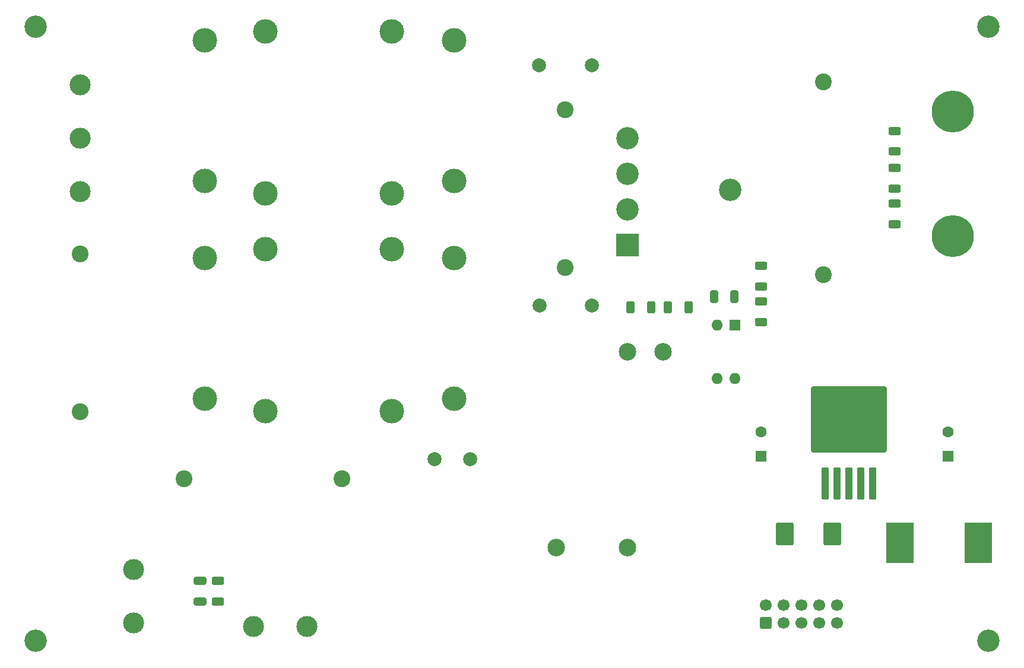
<source format=gts>
G04 #@! TF.GenerationSoftware,KiCad,Pcbnew,7.0.2*
G04 #@! TF.CreationDate,2023-10-13T15:39:11+02:00*
G04 #@! TF.ProjectId,Module_3,4d6f6475-6c65-45f3-932e-6b696361645f,rev?*
G04 #@! TF.SameCoordinates,Original*
G04 #@! TF.FileFunction,Soldermask,Top*
G04 #@! TF.FilePolarity,Negative*
%FSLAX46Y46*%
G04 Gerber Fmt 4.6, Leading zero omitted, Abs format (unit mm)*
G04 Created by KiCad (PCBNEW 7.0.2) date 2023-10-13 15:39:11*
%MOMM*%
%LPD*%
G01*
G04 APERTURE LIST*
G04 Aperture macros list*
%AMRoundRect*
0 Rectangle with rounded corners*
0 $1 Rounding radius*
0 $2 $3 $4 $5 $6 $7 $8 $9 X,Y pos of 4 corners*
0 Add a 4 corners polygon primitive as box body*
4,1,4,$2,$3,$4,$5,$6,$7,$8,$9,$2,$3,0*
0 Add four circle primitives for the rounded corners*
1,1,$1+$1,$2,$3*
1,1,$1+$1,$4,$5*
1,1,$1+$1,$6,$7*
1,1,$1+$1,$8,$9*
0 Add four rect primitives between the rounded corners*
20,1,$1+$1,$2,$3,$4,$5,0*
20,1,$1+$1,$4,$5,$6,$7,0*
20,1,$1+$1,$6,$7,$8,$9,0*
20,1,$1+$1,$8,$9,$2,$3,0*%
G04 Aperture macros list end*
%ADD10C,2.000000*%
%ADD11C,3.200000*%
%ADD12R,1.600000X1.600000*%
%ADD13C,1.600000*%
%ADD14RoundRect,0.250000X0.625000X-0.312500X0.625000X0.312500X-0.625000X0.312500X-0.625000X-0.312500X0*%
%ADD15C,2.400000*%
%ADD16C,3.000000*%
%ADD17O,1.600000X1.600000*%
%ADD18RoundRect,0.250000X-0.625000X0.312500X-0.625000X-0.312500X0.625000X-0.312500X0.625000X0.312500X0*%
%ADD19C,6.000000*%
%ADD20RoundRect,0.250000X0.300000X-2.050000X0.300000X2.050000X-0.300000X2.050000X-0.300000X-2.050000X0*%
%ADD21RoundRect,0.250002X5.149998X-4.449998X5.149998X4.449998X-5.149998X4.449998X-5.149998X-4.449998X0*%
%ADD22C,3.500000*%
%ADD23RoundRect,0.250000X-0.312500X-0.625000X0.312500X-0.625000X0.312500X0.625000X-0.312500X0.625000X0*%
%ADD24C,2.500000*%
%ADD25RoundRect,0.250000X-0.650000X0.325000X-0.650000X-0.325000X0.650000X-0.325000X0.650000X0.325000X0*%
%ADD26RoundRect,0.250000X0.325000X0.650000X-0.325000X0.650000X-0.325000X-0.650000X0.325000X-0.650000X0*%
%ADD27RoundRect,0.250000X-1.000000X1.400000X-1.000000X-1.400000X1.000000X-1.400000X1.000000X1.400000X0*%
%ADD28RoundRect,0.250000X0.600000X-0.600000X0.600000X0.600000X-0.600000X0.600000X-0.600000X-0.600000X0*%
%ADD29C,1.700000*%
%ADD30R,4.000000X5.800000*%
%ADD31R,3.200000X3.200000*%
G04 APERTURE END LIST*
D10*
X140716000Y-111252000D03*
X145796000Y-111262000D03*
D11*
X83820000Y-49530000D03*
D12*
X187325000Y-110815000D03*
D13*
X187325000Y-107315000D03*
D14*
X206375000Y-67310000D03*
X206375000Y-64385000D03*
D15*
X127508000Y-114046000D03*
X105008000Y-114046000D03*
D16*
X114935000Y-135128000D03*
D10*
X155635000Y-55018000D03*
X163135000Y-55018000D03*
D12*
X183520000Y-92085000D03*
D17*
X180980000Y-92085000D03*
X180980000Y-99705000D03*
X183520000Y-99705000D03*
D18*
X206375000Y-74737500D03*
X206375000Y-77662500D03*
D16*
X122555000Y-135128000D03*
D15*
X196215000Y-57370000D03*
X196215000Y-84870000D03*
D18*
X187325000Y-88707500D03*
X187325000Y-91632500D03*
D19*
X214630000Y-79375000D03*
D11*
X182880000Y-72798000D03*
D20*
X196390000Y-114675000D03*
X198090000Y-114675000D03*
X199790000Y-114675000D03*
D21*
X199790000Y-105525000D03*
D20*
X201490000Y-114675000D03*
X203190000Y-114675000D03*
D19*
X214630000Y-61595000D03*
D11*
X83820000Y-137160000D03*
D16*
X90170000Y-57785000D03*
X90170000Y-65405000D03*
X90170000Y-73025000D03*
D22*
X143510000Y-71501000D03*
X134620000Y-73279000D03*
X116586000Y-73279000D03*
X107950000Y-71501000D03*
X116586000Y-50165000D03*
X107950000Y-51435000D03*
X143510000Y-51435000D03*
X134620000Y-50165000D03*
D15*
X90170000Y-104415000D03*
X90170000Y-81915000D03*
D23*
X168660000Y-89535000D03*
X171585000Y-89535000D03*
D11*
X219710000Y-137160000D03*
D10*
X163195000Y-89308000D03*
X155695000Y-89308000D03*
D18*
X187325000Y-83627500D03*
X187325000Y-86552500D03*
D12*
X213995000Y-110815000D03*
D13*
X213995000Y-107315000D03*
D24*
X173355000Y-95885000D03*
X168275000Y-95885000D03*
X158115000Y-123825000D03*
X168275000Y-123825000D03*
D23*
X173990000Y-89535000D03*
X176915000Y-89535000D03*
D22*
X143510000Y-102616000D03*
X134620000Y-104394000D03*
X116586000Y-104394000D03*
X107950000Y-102616000D03*
X116586000Y-81280000D03*
X107950000Y-82550000D03*
X143510000Y-82550000D03*
X134620000Y-81280000D03*
D25*
X107315000Y-128573000D03*
X107315000Y-131523000D03*
D26*
X183515000Y-88038000D03*
X180565000Y-88038000D03*
D14*
X206375000Y-72582500D03*
X206375000Y-69657500D03*
D27*
X197485000Y-121920000D03*
X190685000Y-121920000D03*
D11*
X219710000Y-49530000D03*
D14*
X109855000Y-131510500D03*
X109855000Y-128585500D03*
D15*
X159385000Y-83868000D03*
X159385000Y-61368000D03*
D16*
X97790000Y-127000000D03*
X97790000Y-134620000D03*
D28*
X187960000Y-134620000D03*
D29*
X187960000Y-132080000D03*
X190500000Y-134620000D03*
X190500000Y-132080000D03*
X193040000Y-134620000D03*
X193040000Y-132080000D03*
X195580000Y-134620000D03*
X195580000Y-132080000D03*
X198120000Y-134620000D03*
X198120000Y-132080000D03*
D30*
X207137000Y-123190000D03*
X218313000Y-123190000D03*
D31*
X168275000Y-80645000D03*
D11*
X168275000Y-75565000D03*
X168275000Y-70485000D03*
X168275000Y-65405000D03*
M02*

</source>
